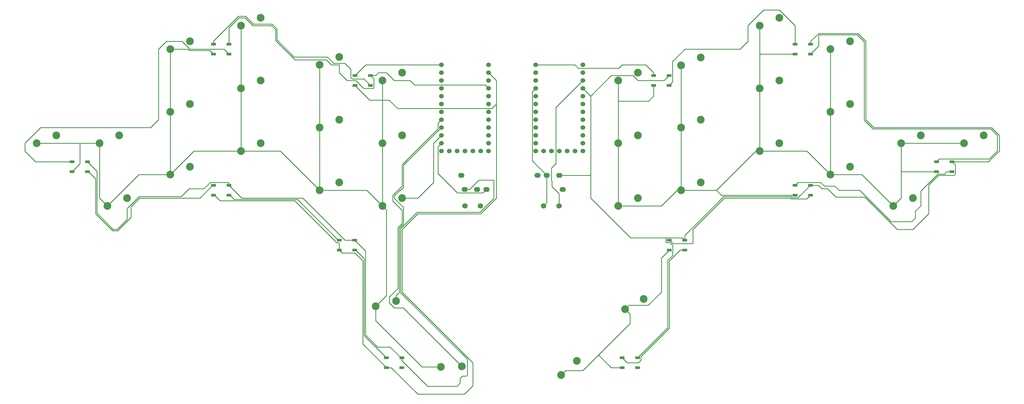
<source format=gbl>
G04 #@! TF.GenerationSoftware,KiCad,Pcbnew,(6.0.7)*
G04 #@! TF.CreationDate,2022-09-16T15:10:18+02:00*
G04 #@! TF.ProjectId,yeti,79657469-2e6b-4696-9361-645f70636258,rev?*
G04 #@! TF.SameCoordinates,Original*
G04 #@! TF.FileFunction,Copper,L2,Bot*
G04 #@! TF.FilePolarity,Positive*
%FSLAX46Y46*%
G04 Gerber Fmt 4.6, Leading zero omitted, Abs format (unit mm)*
G04 Created by KiCad (PCBNEW (6.0.7)) date 2022-09-16 15:10:18*
%MOMM*%
%LPD*%
G01*
G04 APERTURE LIST*
G04 #@! TA.AperFunction,ComponentPad*
%ADD10C,2.500000*%
G04 #@! TD*
G04 #@! TA.AperFunction,ComponentPad*
%ADD11O,2.000000X1.600000*%
G04 #@! TD*
G04 #@! TA.AperFunction,ComponentPad*
%ADD12C,1.524000*%
G04 #@! TD*
G04 #@! TA.AperFunction,ComponentPad*
%ADD13C,1.750000*%
G04 #@! TD*
G04 #@! TA.AperFunction,SMDPad,CuDef*
%ADD14R,1.501140X0.899160*%
G04 #@! TD*
G04 #@! TA.AperFunction,Conductor*
%ADD15C,0.250000*%
G04 #@! TD*
G04 APERTURE END LIST*
D10*
X62230000Y-40640000D03*
X68580000Y-38100000D03*
X39370000Y-68580000D03*
X45720000Y-66040000D03*
X126828502Y-130930084D03*
X133664282Y-130715093D03*
X275590000Y-58420000D03*
X281940000Y-55880000D03*
X87630000Y-33020000D03*
X93980000Y-30480000D03*
X229870000Y-40640000D03*
X236220000Y-38100000D03*
D11*
X133480000Y-68820000D03*
X134580000Y-73420000D03*
X138580000Y-73420000D03*
X141580000Y-73420000D03*
D10*
X252730000Y-68580000D03*
X259080000Y-66040000D03*
D12*
X142240000Y-33020000D03*
X142240000Y-35560000D03*
X142240000Y-38100000D03*
X142240000Y-40640000D03*
X142240000Y-43180000D03*
X142240000Y-45720000D03*
X142240000Y-48260000D03*
X142240000Y-50800000D03*
X142240000Y-53340000D03*
X142240000Y-55880000D03*
X142240000Y-58420000D03*
X142240000Y-60960000D03*
X139700000Y-60960000D03*
X137160000Y-60960000D03*
X134620000Y-60960000D03*
X132080000Y-60960000D03*
X129540000Y-60960000D03*
X127000000Y-60960000D03*
X127000000Y-58420000D03*
X127000000Y-55880000D03*
X127000000Y-53340000D03*
X127000000Y-50800000D03*
X127000000Y-48260000D03*
X127000000Y-45720000D03*
X127000000Y-43180000D03*
X127000000Y-40640000D03*
X127000000Y-38100000D03*
X127000000Y-35560000D03*
X127000000Y-33020000D03*
D10*
X273050000Y-78740000D03*
X279400000Y-76200000D03*
X39370000Y-27940000D03*
X45720000Y-25400000D03*
X16510000Y-58420000D03*
X22860000Y-55880000D03*
X62230000Y-60960000D03*
X68580000Y-58420000D03*
X107950000Y-38100000D03*
X114300000Y-35560000D03*
X39370000Y-48260000D03*
X45720000Y-45720000D03*
X204470000Y-73660000D03*
X210820000Y-71120000D03*
X229870000Y-20320000D03*
X236220000Y-17780000D03*
D13*
X134620000Y-78740000D03*
X139620000Y-78740000D03*
D11*
X166207500Y-73420000D03*
X165107500Y-68820000D03*
X161107500Y-68820000D03*
X158107500Y-68820000D03*
D10*
X107950000Y-78740000D03*
X114300000Y-76200000D03*
X252730000Y-27940000D03*
X259080000Y-25400000D03*
X107950000Y-58420000D03*
X114300000Y-55880000D03*
X229870000Y-60960000D03*
X236220000Y-58420000D03*
X184150000Y-58420000D03*
X190500000Y-55880000D03*
X252730000Y-48260000D03*
X259080000Y-45720000D03*
X87630000Y-73660000D03*
X93980000Y-71120000D03*
X184150000Y-38100000D03*
X190500000Y-35560000D03*
D13*
X160020000Y-78740000D03*
X165020000Y-78740000D03*
D10*
X295910000Y-58420000D03*
X302260000Y-55880000D03*
X62230000Y-20320000D03*
X68580000Y-17780000D03*
X105747947Y-111314611D03*
X112360163Y-109567414D03*
X204470000Y-33190000D03*
X210820000Y-30650000D03*
X19050000Y-78740000D03*
X25400000Y-76200000D03*
X204470000Y-53340000D03*
X210820000Y-50800000D03*
X-3810000Y-58420000D03*
X2540000Y-55880000D03*
D12*
X172720000Y-33020000D03*
X172720000Y-35560000D03*
X172720000Y-38100000D03*
X172720000Y-40640000D03*
X172720000Y-43180000D03*
X172720000Y-45720000D03*
X172720000Y-48260000D03*
X172720000Y-50800000D03*
X172720000Y-53340000D03*
X172720000Y-55880000D03*
X172720000Y-58420000D03*
X172720000Y-60960000D03*
X170180000Y-60960000D03*
X167640000Y-60960000D03*
X165100000Y-60960000D03*
X162560000Y-60960000D03*
X160020000Y-60960000D03*
X157480000Y-60960000D03*
X157480000Y-58420000D03*
X157480000Y-55880000D03*
X157480000Y-53340000D03*
X157480000Y-50800000D03*
X157480000Y-48260000D03*
X157480000Y-45720000D03*
X157480000Y-43180000D03*
X157480000Y-40640000D03*
X157480000Y-38100000D03*
X157480000Y-35560000D03*
X157480000Y-33020000D03*
D10*
X87630000Y-53340000D03*
X93980000Y-50800000D03*
X165731040Y-133536277D03*
X170829357Y-128977630D03*
X186408851Y-112243255D03*
X192401971Y-108948317D03*
X184150000Y-78740000D03*
X190500000Y-76200000D03*
D14*
X246339360Y-26339800D03*
X246339360Y-29540200D03*
X241340640Y-29540200D03*
X241340640Y-26339800D03*
X99019360Y-89839800D03*
X99019360Y-93040200D03*
X94020640Y-93040200D03*
X94020640Y-89839800D03*
X205699360Y-89839800D03*
X205699360Y-93040200D03*
X200700640Y-93040200D03*
X200700640Y-89839800D03*
X58379360Y-26339800D03*
X58379360Y-29540200D03*
X53380640Y-29540200D03*
X53380640Y-26339800D03*
X12659360Y-64439800D03*
X12659360Y-67640200D03*
X7660640Y-67640200D03*
X7660640Y-64439800D03*
X246339360Y-72059800D03*
X246339360Y-75260200D03*
X241340640Y-75260200D03*
X241340640Y-72059800D03*
X104099360Y-36499800D03*
X104099360Y-39700200D03*
X99100640Y-39700200D03*
X99100640Y-36499800D03*
X200619360Y-36499800D03*
X200619360Y-39700200D03*
X195620640Y-39700200D03*
X195620640Y-36499800D03*
X114259360Y-127939800D03*
X114259360Y-131140200D03*
X109260640Y-131140200D03*
X109260640Y-127939800D03*
X292059360Y-64439800D03*
X292059360Y-67640200D03*
X287060640Y-67640200D03*
X287060640Y-64439800D03*
X190459360Y-127939800D03*
X190459360Y-131140200D03*
X185460640Y-131140200D03*
X185460640Y-127939800D03*
X58379360Y-72059800D03*
X58379360Y-75260200D03*
X53380640Y-75260200D03*
X53380640Y-72059800D03*
D15*
X205699360Y-89839800D02*
X204924780Y-89065220D01*
X175260000Y-68580000D02*
X175260000Y-76200000D01*
X199625070Y-90614380D02*
X200838824Y-90614380D01*
X261620000Y-22860000D02*
X248920000Y-22860000D01*
X263872016Y-75912016D02*
X274320000Y-86360000D01*
X165107500Y-68820000D02*
X175020000Y-68820000D01*
X190500000Y-38100000D02*
X199019160Y-38100000D01*
X292685429Y-68864281D02*
X293134930Y-68414780D01*
X251851183Y-73205613D02*
X254557586Y-75912016D01*
X246339360Y-25440640D02*
X246339360Y-26339800D01*
X293134930Y-68414780D02*
X293134930Y-65515370D01*
X264160000Y-50800000D02*
X264160000Y-25400000D01*
X304800000Y-53340000D02*
X266700000Y-53340000D01*
X218253811Y-75750499D02*
X240265070Y-75750499D01*
X293134930Y-65515370D02*
X292059360Y-64439800D01*
X201776210Y-91551766D02*
X201776210Y-94768100D01*
X254557586Y-75912016D02*
X263872016Y-75912016D01*
X175260000Y-76200000D02*
X188125220Y-89065220D01*
X242416210Y-75750499D02*
X242648661Y-75750499D01*
X200210499Y-118188661D02*
X190459360Y-127939800D01*
X284480000Y-81280000D02*
X284480000Y-72019160D01*
X175260000Y-63500000D02*
X175260000Y-68580000D01*
X188925000Y-36525000D02*
X190500000Y-38100000D01*
X307340000Y-55880000D02*
X304800000Y-53340000D01*
X200210499Y-96333811D02*
X200210499Y-118188661D01*
X201776210Y-94768100D02*
X200210499Y-96333811D01*
X175260000Y-43180000D02*
X175260000Y-63500000D01*
X284480000Y-72019160D02*
X287634879Y-68864281D01*
X307340000Y-60960000D02*
X307340000Y-55880000D01*
X181915000Y-36525000D02*
X188925000Y-36525000D01*
X279400000Y-86360000D02*
X284480000Y-81280000D01*
X200838824Y-90614380D02*
X201776210Y-91551766D01*
X242648661Y-75750499D02*
X246339360Y-72059800D01*
X240265070Y-75750499D02*
X240265070Y-76034780D01*
X188125220Y-89065220D02*
X199625070Y-89065220D01*
X175260000Y-43180000D02*
X181915000Y-36525000D01*
X172720000Y-40640000D02*
X175260000Y-43180000D01*
X199019160Y-38100000D02*
X200619360Y-36499800D01*
X240265070Y-76034780D02*
X242416210Y-76034780D01*
X287634879Y-68864281D02*
X292685429Y-68864281D01*
X292059360Y-64439800D02*
X303860200Y-64439800D01*
X204924780Y-89065220D02*
X199625070Y-89065220D01*
X205699360Y-88304950D02*
X218253811Y-75750499D01*
X264160000Y-25400000D02*
X261620000Y-22860000D01*
X175020000Y-68820000D02*
X175260000Y-68580000D01*
X248920000Y-22860000D02*
X246339360Y-25440640D01*
X205699360Y-89839800D02*
X205699360Y-88304950D01*
X303860200Y-64439800D02*
X307340000Y-60960000D01*
X266700000Y-53340000D02*
X264160000Y-50800000D01*
X274320000Y-86360000D02*
X279400000Y-86360000D01*
X248848976Y-72059800D02*
X249994789Y-73205613D01*
X246339360Y-72059800D02*
X248848976Y-72059800D01*
X199625070Y-89065220D02*
X199625070Y-90614380D01*
X249994789Y-73205613D02*
X251851183Y-73205613D01*
X242416210Y-76034780D02*
X242416210Y-75750499D01*
X201694930Y-31985070D02*
X205740000Y-27940000D01*
X200619360Y-39700200D02*
X201694930Y-38624630D01*
X226060000Y-25400000D02*
X226060000Y-20320000D01*
X236220000Y-15240000D02*
X241340640Y-20360640D01*
X201694930Y-38624630D02*
X201694930Y-31985070D01*
X205740000Y-27940000D02*
X223520000Y-27940000D01*
X231140000Y-15240000D02*
X236220000Y-15240000D01*
X223520000Y-27940000D02*
X226060000Y-25400000D01*
X226060000Y-20320000D02*
X231140000Y-15240000D01*
X241340640Y-20360640D02*
X241340640Y-26339800D01*
X275920200Y-67640200D02*
X287060640Y-67640200D01*
X195620640Y-43139360D02*
X195620640Y-39700200D01*
X275590000Y-67310000D02*
X275590000Y-58420000D01*
X229870000Y-40640000D02*
X229870000Y-60960000D01*
X184150000Y-44450000D02*
X184480200Y-44780200D01*
X241340640Y-29540200D02*
X230200200Y-29540200D01*
X215900000Y-73660000D02*
X226060000Y-63500000D01*
X204470000Y-73660000D02*
X215900000Y-73660000D01*
X229870000Y-60960000D02*
X245110000Y-60960000D01*
X275590000Y-58420000D02*
X295910000Y-58420000D01*
X252730000Y-68580000D02*
X252730000Y-48260000D01*
X241340640Y-75260200D02*
X217500200Y-75260200D01*
X275590000Y-76200000D02*
X275590000Y-67310000D01*
X172720000Y-132080000D02*
X177800000Y-127000000D01*
X228600000Y-60960000D02*
X229870000Y-60960000D01*
X198120000Y-95620840D02*
X200700640Y-93040200D01*
X187960000Y-116840000D02*
X187960000Y-113794404D01*
X217500200Y-75260200D02*
X215900000Y-73660000D01*
X198120000Y-78740000D02*
X203200000Y-73660000D01*
X184480200Y-44780200D02*
X193979800Y-44780200D01*
X177800000Y-127000000D02*
X187960000Y-116840000D01*
X275590000Y-67310000D02*
X275920200Y-67640200D01*
X186408851Y-112243255D02*
X187710864Y-110941242D01*
X187710864Y-110941242D02*
X193858758Y-110941242D01*
X185460640Y-131140200D02*
X181940200Y-131140200D01*
X193979800Y-44780200D02*
X195620640Y-43139360D01*
X245110000Y-60960000D02*
X252730000Y-68580000D01*
X193858758Y-110941242D02*
X198120000Y-106680000D01*
X252730000Y-68580000D02*
X262890000Y-68580000D01*
X226060000Y-63500000D02*
X228600000Y-60960000D01*
X203200000Y-73660000D02*
X204470000Y-73660000D01*
X229870000Y-29210000D02*
X229870000Y-40640000D01*
X184150000Y-38100000D02*
X184150000Y-44450000D01*
X181940200Y-131140200D02*
X177800000Y-127000000D01*
X184150000Y-58420000D02*
X184150000Y-78740000D01*
X198120000Y-106680000D02*
X198120000Y-95620840D01*
X167187317Y-132080000D02*
X172720000Y-132080000D01*
X204470000Y-33190000D02*
X204470000Y-53340000D01*
X230200200Y-29540200D02*
X229870000Y-29210000D01*
X252730000Y-34290000D02*
X252730000Y-27940000D01*
X165731040Y-133536277D02*
X167187317Y-132080000D01*
X184150000Y-78740000D02*
X198120000Y-78740000D01*
X273050000Y-78740000D02*
X275590000Y-76200000D01*
X229870000Y-20320000D02*
X229870000Y-29210000D01*
X184150000Y-44450000D02*
X184150000Y-58420000D01*
X252730000Y-48260000D02*
X252730000Y-34290000D01*
X204470000Y-53340000D02*
X204470000Y-73660000D01*
X187960000Y-113794404D02*
X186408851Y-112243255D01*
X262890000Y-68580000D02*
X273050000Y-78740000D01*
X184333000Y-34107000D02*
X185420000Y-33020000D01*
X171267000Y-34107000D02*
X184333000Y-34107000D01*
X157480000Y-33020000D02*
X170180000Y-33020000D01*
X185420000Y-33020000D02*
X193040000Y-33020000D01*
X193040000Y-33020000D02*
X195620640Y-35600640D01*
X170180000Y-33020000D02*
X171267000Y-34107000D01*
X195620640Y-35600640D02*
X195620640Y-36499800D01*
X208280000Y-86360000D02*
X218440000Y-76200000D01*
X245115279Y-76484281D02*
X246339360Y-75260200D01*
X240078881Y-76484281D02*
X245115279Y-76484281D01*
X218440000Y-76200000D02*
X239815569Y-76200000D01*
X239815569Y-76220969D02*
X240078881Y-76484281D01*
X239815569Y-76200000D02*
X239815569Y-76220969D01*
X208280000Y-90990499D02*
X208280000Y-86360000D01*
X201851339Y-90990499D02*
X208280000Y-90990499D01*
X200700640Y-89839800D02*
X201851339Y-90990499D01*
X280218758Y-80461242D02*
X281940000Y-78740000D01*
X249555690Y-71120000D02*
X250805691Y-72370001D01*
X241340640Y-72059800D02*
X242280440Y-71120000D01*
X280218758Y-82671244D02*
X280218758Y-80461242D01*
X272415690Y-83820000D02*
X279070002Y-83820000D01*
X287448690Y-68414780D02*
X289908837Y-68414780D01*
X255454998Y-73660000D02*
X262255690Y-73660000D01*
X289908837Y-68414780D02*
X289908837Y-68054386D01*
X290323023Y-67640200D02*
X292059360Y-67640200D01*
X281940000Y-73923470D02*
X287448690Y-68414780D01*
X242280440Y-71120000D02*
X249555690Y-71120000D01*
X262255690Y-73660000D02*
X272415690Y-83820000D01*
X279070002Y-83820000D02*
X280218758Y-82671244D01*
X250805691Y-72370001D02*
X254164999Y-72370001D01*
X254164999Y-72370001D02*
X255454998Y-73660000D01*
X281940000Y-78740000D02*
X281940000Y-73923470D01*
X289908837Y-68054386D02*
X290323023Y-67640200D01*
X248920000Y-26959560D02*
X246339360Y-29540200D01*
X261433811Y-23309501D02*
X249106189Y-23309501D01*
X249106189Y-23309501D02*
X248920000Y-23495690D01*
X304164310Y-63500000D02*
X306704310Y-60960000D01*
X248920000Y-23495690D02*
X248920000Y-26959560D01*
X287060640Y-64439800D02*
X288000440Y-63500000D01*
X263710499Y-50986189D02*
X263710499Y-25586189D01*
X263710499Y-25586189D02*
X261433811Y-23309501D01*
X266513811Y-53789501D02*
X263710499Y-50986189D01*
X306704310Y-55880000D02*
X304613811Y-53789501D01*
X288000440Y-63500000D02*
X304164310Y-63500000D01*
X306704310Y-60960000D02*
X306704310Y-55880000D01*
X304613811Y-53789501D02*
X266513811Y-53789501D01*
X162732499Y-72537032D02*
X165020000Y-74824533D01*
X162560000Y-70650468D02*
X162732499Y-70822967D01*
X162732499Y-70822967D02*
X162732499Y-72537032D01*
X164013000Y-65033000D02*
X162560000Y-66486000D01*
X172720000Y-38100000D02*
X164013000Y-46807000D01*
X164013000Y-46807000D02*
X164013000Y-65033000D01*
X162560000Y-66486000D02*
X162560000Y-70650468D01*
X165020000Y-74824533D02*
X165020000Y-78740000D01*
X190709310Y-129540000D02*
X191534930Y-128714380D01*
X191534930Y-128714380D02*
X191534930Y-127500626D01*
X204139800Y-93040200D02*
X205699360Y-93040200D01*
X187060840Y-129540000D02*
X190709310Y-129540000D01*
X200660000Y-118375556D02*
X200660000Y-96520000D01*
X185460640Y-127939800D02*
X187060840Y-129540000D01*
X200660000Y-96520000D02*
X204139800Y-93040200D01*
X191534930Y-127500626D02*
X200660000Y-118375556D01*
X161107500Y-77652500D02*
X160020000Y-78740000D01*
X157480000Y-40640000D02*
X156393000Y-41727000D01*
X156393000Y-64105500D02*
X161107500Y-68820000D01*
X156393000Y-41727000D02*
X156393000Y-64105500D01*
X161107500Y-68820000D02*
X161107500Y-77652500D01*
X113850499Y-86173811D02*
X113850499Y-106866189D01*
X96520000Y-38100000D02*
X93980000Y-35560000D01*
X95870790Y-89839800D02*
X82230990Y-76200000D01*
X105009710Y-40640000D02*
X101890590Y-40640000D01*
X25400000Y-79648774D02*
X25400000Y-83184310D01*
X136072033Y-73420000D02*
X139147034Y-70344999D01*
X109220000Y-35560000D02*
X106680000Y-35560000D01*
X105174930Y-40474780D02*
X105009710Y-40640000D01*
X134580000Y-73420000D02*
X136072033Y-73420000D01*
X133797900Y-133885738D02*
X133063638Y-134620000D01*
X20955690Y-86360000D02*
X15689501Y-81093811D01*
X52359560Y-71120000D02*
X50269061Y-73210499D01*
X45533811Y-73210499D02*
X42993811Y-75750499D01*
X91440000Y-33020000D02*
X89865000Y-31445000D01*
X29298275Y-75750499D02*
X25400000Y-79648774D01*
X135114139Y-133885738D02*
X133797900Y-133885738D01*
X73405535Y-25145535D02*
X73405535Y-21609999D01*
X139147034Y-70344999D02*
X144004999Y-70344999D01*
X110478570Y-124460000D02*
X113958370Y-127939800D01*
X82230990Y-76200000D02*
X62519560Y-76200000D01*
X122555690Y-137160000D02*
X114259360Y-128863670D01*
X72115536Y-20320000D02*
X66040000Y-20320000D01*
X105740200Y-36499800D02*
X104099360Y-36499800D01*
X58379360Y-72059800D02*
X58379360Y-71360220D01*
X135377452Y-128393142D02*
X135377452Y-133622425D01*
X58379360Y-71360220D02*
X58139140Y-71120000D01*
X99019360Y-89839800D02*
X102498503Y-93318943D01*
X133063638Y-134620000D02*
X133063638Y-136176362D01*
X105174930Y-37575370D02*
X105174930Y-40474780D01*
X102498503Y-93318943D02*
X102498503Y-120541973D01*
X22224310Y-86360000D02*
X20955690Y-86360000D01*
X113850499Y-106866189D02*
X135377452Y-128393142D01*
X106416530Y-124460000D02*
X110478570Y-124460000D01*
X93980000Y-33020000D02*
X91440000Y-33020000D01*
X15689501Y-67469941D02*
X12659360Y-64439800D01*
X58139140Y-71120000D02*
X52359560Y-71120000D01*
X116840000Y-38100000D02*
X111760000Y-38100000D01*
X142240000Y-40640000D02*
X141153000Y-39553000D01*
X99019360Y-89839800D02*
X95870790Y-89839800D01*
X106680000Y-35560000D02*
X105740200Y-36499800D01*
X132080000Y-137160000D02*
X122555690Y-137160000D01*
X79705000Y-31445000D02*
X73405535Y-25145535D01*
X144004999Y-76339311D02*
X139513811Y-80830499D01*
X66040000Y-20320000D02*
X63500000Y-17780000D01*
X58379360Y-20996330D02*
X58379360Y-26339800D01*
X99350590Y-38100000D02*
X96520000Y-38100000D01*
X139513811Y-80830499D02*
X119193811Y-80830499D01*
X15689501Y-81093811D02*
X15689501Y-67469941D01*
X111760000Y-38100000D02*
X109220000Y-35560000D01*
X101890590Y-40640000D02*
X99350590Y-38100000D01*
X89865000Y-31445000D02*
X79705000Y-31445000D01*
X25400000Y-83184310D02*
X22224310Y-86360000D01*
X42993811Y-75750499D02*
X29298275Y-75750499D01*
X102498503Y-120541973D02*
X106416530Y-124460000D01*
X61595690Y-17780000D02*
X58379360Y-20996330D01*
X119193811Y-80830499D02*
X113850499Y-86173811D01*
X144004999Y-70344999D02*
X144004999Y-76339311D01*
X50269061Y-73210499D02*
X45533811Y-73210499D01*
X93980000Y-35560000D02*
X93980000Y-33020000D01*
X73405535Y-21609999D02*
X72115536Y-20320000D01*
X113958370Y-127939800D02*
X114259360Y-127939800D01*
X104099360Y-36499800D02*
X105174930Y-37575370D01*
X135377452Y-133622425D02*
X135114139Y-133885738D01*
X62519560Y-76200000D02*
X58379360Y-72059800D01*
X118293000Y-39553000D02*
X116840000Y-38100000D01*
X63500000Y-17780000D02*
X61595690Y-17780000D01*
X133063638Y-136176362D02*
X132080000Y-137160000D01*
X114259360Y-128863670D02*
X114259360Y-127939800D01*
X141153000Y-39553000D02*
X118293000Y-39553000D01*
X92251847Y-32570499D02*
X90161348Y-30480000D01*
X66226189Y-19870499D02*
X63686189Y-17330499D01*
X104099360Y-39700200D02*
X102049659Y-37650499D01*
X73855036Y-24959346D02*
X73855036Y-21423810D01*
X102049659Y-37650499D02*
X98160998Y-37650499D01*
X95816034Y-32570499D02*
X92251847Y-32570499D01*
X98160998Y-37650499D02*
X97770001Y-37259502D01*
X63686189Y-17330499D02*
X61409501Y-17330499D01*
X53380640Y-25359360D02*
X53380640Y-26339800D01*
X72301725Y-19870499D02*
X66226189Y-19870499D01*
X97770001Y-37259502D02*
X97770001Y-34524466D01*
X79375690Y-30480000D02*
X73855036Y-24959346D01*
X97770001Y-34524466D02*
X95816034Y-32570499D01*
X73855036Y-21423810D02*
X72301725Y-19870499D01*
X90161348Y-30480000D02*
X79375690Y-30480000D01*
X61409501Y-17330499D02*
X53380640Y-25359360D01*
X119380000Y-81280000D02*
X114300000Y-86360000D01*
X79639002Y-77099002D02*
X92945070Y-90405070D01*
X62230000Y-60960000D02*
X46990000Y-60960000D01*
X87630000Y-73660000D02*
X87630000Y-53340000D01*
X144780000Y-45720000D02*
X144780000Y-76200000D01*
X10160000Y-65140840D02*
X10160000Y-58420000D01*
X94020640Y-93040200D02*
X94960440Y-93980000D01*
X143336723Y-47163277D02*
X112856723Y-47163277D01*
X55520432Y-77099002D02*
X79639002Y-77099002D01*
X134506637Y-139700000D02*
X137160000Y-137046637D01*
X46990000Y-60960000D02*
X39370000Y-68580000D01*
X103850440Y-44450000D02*
X107950000Y-44450000D01*
X39370000Y-27940000D02*
X45084310Y-27940000D01*
X7660640Y-67640200D02*
X10160000Y-65140840D01*
X94020640Y-90990420D02*
X94020640Y-93040200D01*
X99060000Y-93980000D02*
X101599501Y-96519501D01*
X105747947Y-111314611D02*
X106193336Y-111760000D01*
X16510000Y-76200000D02*
X19050000Y-78740000D01*
X144780000Y-38100000D02*
X144780000Y-45720000D01*
X105747947Y-111314611D02*
X105747947Y-115907947D01*
X92945070Y-90614380D02*
X93644600Y-90614380D01*
X112856723Y-47163277D02*
X110143446Y-44450000D01*
X134506637Y-139700000D02*
X119380000Y-139700000D01*
X144780000Y-45720000D02*
X143336723Y-47163277D01*
X105747947Y-115907947D02*
X120770084Y-130930084D01*
X53681630Y-75260200D02*
X55520432Y-77099002D01*
X62230000Y-60960000D02*
X74930000Y-60960000D01*
X99100640Y-39700200D02*
X103850440Y-44450000D01*
X101599501Y-96519501D02*
X101599501Y-123479061D01*
X144780000Y-76200000D02*
X139700000Y-81280000D01*
X109220000Y-80010000D02*
X109220000Y-107842558D01*
X142240000Y-35560000D02*
X144780000Y-38100000D01*
X110143446Y-44450000D02*
X107950000Y-44450000D01*
X92945070Y-90405070D02*
X92945070Y-90614380D01*
X74930000Y-60960000D02*
X87630000Y-73660000D01*
X39370000Y-48260000D02*
X39370000Y-68580000D01*
X101599501Y-123479061D02*
X109260640Y-131140200D01*
X109220000Y-107842558D02*
X105747947Y-111314611D01*
X114300000Y-106680000D02*
X137160000Y-129540000D01*
X87630000Y-53340000D02*
X87630000Y-33020000D01*
X16510000Y-58420000D02*
X16510000Y-76200000D01*
X119380000Y-139700000D02*
X110820200Y-131140200D01*
X139700000Y-81280000D02*
X119380000Y-81280000D01*
X45084310Y-27940000D02*
X45533811Y-28389501D01*
X94960440Y-93980000D02*
X99060000Y-93980000D01*
X62230000Y-40640000D02*
X62230000Y-60960000D01*
X45533811Y-28389501D02*
X52229941Y-28389501D01*
X102870000Y-73660000D02*
X87630000Y-73660000D01*
X137160000Y-137046637D02*
X137160000Y-129540000D01*
X107950000Y-38100000D02*
X107950000Y-44450000D01*
X114300000Y-86360000D02*
X114300000Y-106680000D01*
X120770084Y-130930084D02*
X126828502Y-130930084D01*
X53380640Y-75260200D02*
X53681630Y-75260200D01*
X110820200Y-131140200D02*
X109260640Y-131140200D01*
X93644600Y-90614380D02*
X94020640Y-90990420D01*
X16510000Y-58420000D02*
X-3810000Y-58420000D01*
X107950000Y-58420000D02*
X107950000Y-78740000D01*
X107950000Y-78740000D02*
X109220000Y-80010000D01*
X29210000Y-68580000D02*
X19050000Y-78740000D01*
X39370000Y-48260000D02*
X39370000Y-27940000D01*
X52229941Y-28389501D02*
X53380640Y-29540200D01*
X107950000Y-44450000D02*
X107950000Y-58420000D01*
X62230000Y-20320000D02*
X62230000Y-40640000D01*
X39370000Y-68580000D02*
X29210000Y-68580000D01*
X107950000Y-78740000D02*
X102870000Y-73660000D01*
X127000000Y-33020000D02*
X102580440Y-33020000D01*
X102580440Y-33020000D02*
X99100640Y-36499800D01*
X58379360Y-75260200D02*
X58680350Y-75260200D01*
X93719650Y-89839800D02*
X94020640Y-89839800D01*
X60069651Y-76649501D02*
X80529351Y-76649501D01*
X58680350Y-75260200D02*
X60069651Y-76649501D01*
X80529351Y-76649501D02*
X93719650Y-89839800D01*
X20769501Y-86809501D02*
X15240000Y-81280000D01*
X53079650Y-72059800D02*
X48939450Y-76200000D01*
X29484464Y-76200000D02*
X26689999Y-78994465D01*
X26689999Y-82530001D02*
X22410499Y-86809501D01*
X53380640Y-72059800D02*
X53079650Y-72059800D01*
X15240000Y-81280000D02*
X15240000Y-69919850D01*
X26689999Y-78994465D02*
X26689999Y-82530001D01*
X22410499Y-86809501D02*
X20769501Y-86809501D01*
X15240000Y-69919850D02*
X12960350Y-67640200D01*
X12960350Y-67640200D02*
X12659360Y-67640200D01*
X48939450Y-76200000D02*
X29484464Y-76200000D01*
X-4140200Y-64439800D02*
X7660640Y-64439800D01*
X-2540000Y-53340000D02*
X-7620000Y-58420000D01*
X-7620000Y-58420000D02*
X-7620000Y-60960000D01*
X56779160Y-27940000D02*
X45720000Y-27940000D01*
X43180000Y-25400000D02*
X38100000Y-25400000D01*
X58379360Y-29540200D02*
X56779160Y-27940000D01*
X38100000Y-25400000D02*
X35560000Y-27940000D01*
X45720000Y-27940000D02*
X43180000Y-25400000D01*
X35560000Y-27940000D02*
X35560000Y-50800000D01*
X-7620000Y-60960000D02*
X-4140200Y-64439800D01*
X35560000Y-50800000D02*
X33020000Y-53340000D01*
X33020000Y-53340000D02*
X-2540000Y-53340000D01*
X102049002Y-120728162D02*
X102049002Y-95768852D01*
X102049002Y-95768852D02*
X99320350Y-93040200D01*
X99320350Y-93040200D02*
X99019360Y-93040200D01*
X109260640Y-127939800D02*
X102049002Y-120728162D01*
X132080000Y-74455495D02*
X132080000Y-74545000D01*
X125913000Y-68288495D02*
X132080000Y-74455495D01*
X127000000Y-58420000D02*
X125913000Y-59507000D01*
X125913000Y-59507000D02*
X125913000Y-68288495D01*
X132080000Y-74545000D02*
X140455000Y-74545000D01*
X140455000Y-74545000D02*
X141580000Y-73420000D01*
X119380000Y-76200000D02*
X114300000Y-76200000D01*
X124460000Y-58420000D02*
X124460000Y-71120000D01*
X127000000Y-55880000D02*
X124460000Y-58420000D01*
X124460000Y-71120000D02*
X119380000Y-76200000D01*
X111838154Y-75469459D02*
X111838154Y-76278154D01*
X114749501Y-65590499D02*
X114749501Y-72760998D01*
X114749501Y-72760998D02*
X113850499Y-73660000D01*
X113400998Y-85987622D02*
X113400998Y-106758813D01*
X114749501Y-79189501D02*
X114749501Y-84639119D01*
X113647613Y-73660000D02*
X111838154Y-75469459D01*
X113400998Y-106758813D02*
X112360163Y-107799648D01*
X113850499Y-73660000D02*
X113647613Y-73660000D01*
X111838154Y-76278154D02*
X114749501Y-79189501D01*
X114749501Y-84639119D02*
X113400998Y-85987622D01*
X112360163Y-107799648D02*
X112360163Y-109567414D01*
X127000000Y-53340000D02*
X114749501Y-65590499D01*
X110185000Y-110185000D02*
X111760000Y-111760000D01*
X111310499Y-77182037D02*
X114300000Y-80171538D01*
X110185000Y-108255000D02*
X110185000Y-110185000D01*
X114709189Y-111760000D02*
X133664282Y-130715093D01*
X112951497Y-85801433D02*
X112951497Y-105488503D01*
X114300000Y-80171538D02*
X114300000Y-84452930D01*
X125913176Y-53790428D02*
X114299501Y-65404103D01*
X127000000Y-50800000D02*
X125913176Y-51886824D01*
X114299501Y-65404103D02*
X114299501Y-72372422D01*
X114300000Y-84452930D02*
X112951497Y-85801433D01*
X111760000Y-111760000D02*
X114709189Y-111760000D01*
X111310499Y-75361424D02*
X111310499Y-77182037D01*
X112951497Y-105488503D02*
X110185000Y-108255000D01*
X114299501Y-72372422D02*
X111310499Y-75361424D01*
X125913176Y-51886824D02*
X125913176Y-53790428D01*
M02*

</source>
